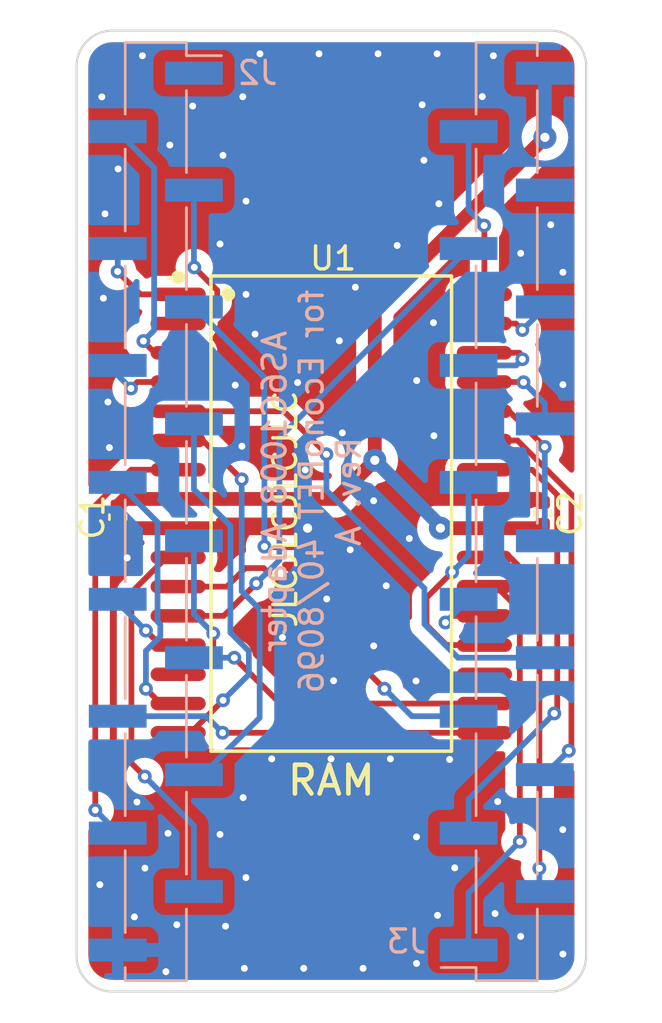
<source format=kicad_pcb>
(kicad_pcb (version 20211014) (generator pcbnew)
  (title_block (title "AS6C1008 SRAM Replacement") (date "2022-12-14") (rev "1.0"))
  (layers (0 "F.Cu" signal) (31 "B.Cu" signal) (34 "B.Paste" user) (35 "F.Paste" user) (36 "B.SilkS" user "B.Silkscreen") (37 "F.SilkS" user "F.Silkscreen") (38 "B.Mask" user) (39 "F.Mask" user) (44 "Edge.Cuts" user))
  (net 0 "")
  (net 1 "/A16")
  (net 2 "/A14")
  (net 3 "/A12")
  (net 4 "/A7")
  (net 5 "/A6")
  (net 6 "/A5")
  (net 7 "/A4")
  (net 8 "/A3")
  (net 9 "/A2")
  (net 10 "/A1")
  (net 11 "/A0")
  (net 12 "/D0")
  (net 13 "/D1")
  (net 14 "/D2")
  (net 15 "GND")
  (net 16 "/D3")
  (net 17 "/D4")
  (net 18 "/D5")
  (net 19 "/D6")
  (net 20 "/D7")
  (net 21 "/~{CE}")
  (net 22 "/A10")
  (net 23 "/~{OE}")
  (net 24 "/A11")
  (net 25 "/A9")
  (net 26 "/A8")
  (net 27 "/A13")
  (net 28 "/~{WE}")
  (net 29 "/A15")
  (net 30 "VCC")
  (footprint "Capacitor_SMD:C_0402_1005Metric" (layer "F.Cu") (at 132.8 95.0859 90)
    (fp_text reference "C2" (at 0 1.2 90) (layer "F.SilkS"))
    (fp_text value "100n")
    (fp_line (start -0.107836 0.36) (end 0.107836 0.36) (layer "F.SilkS") (width 0.12))
    (fp_line (start -0.107836 -0.36) (end 0.107836 -0.36) (layer "F.SilkS") (width 0.12))
    (pad "1" smd roundrect (at -0.48 0 90) (size 0.56 0.62) (layers "F.Cu" "F.Paste" "F.Mask") (net 30 "VCC"))
    (pad "2" smd roundrect (at 0.48 0 90) (size 0.56 0.62) (layers "F.Cu" "F.Paste" "F.Mask") (net 15 "GND"))
  )
  (footprint "JLCPCB:SOP-32_L20.7-W11.3-P1.27-LS14.1-BL" (layer "F.Cu") (at 123.62 95.0859 -90)
    (fp_text reference "U1" (at -11.085859 -0.08 180) (layer "F.SilkS"))
    (fp_text value "IS61WV1288EEBLL")
    (fp_line (start 10.323724 -5.223901) (end 10.323724 5.223901) (layer "F.SilkS") (width 0.1524))
    (fp_line (start 10.323724 5.223901) (end -10.323724 5.223901) (layer "F.SilkS") (width 0.1524))
    (fp_line (start -10.323724 5.223901) (end -10.323724 -5.223901) (layer "F.SilkS") (width 0.1524))
    (fp_line (start -10.323724 -5.223901) (end 10.323724 -5.223901) (layer "F.SilkS") (width 0.1524))
    (fp_circle (center -9.525019 4.471425) (end -9.374905 4.471425) (layer "F.SilkS") (width 0.3) (fill none))
    (fp_circle (center -10.247396 7.059944) (end -10.217424 7.059944) (layer "F.SilkS") (width 0.059995) (fill none))
    (fp_circle (center -10.271527 6.650749) (end -10.121412 6.650749) (layer "F.SilkS") (width 0.3) (fill none))
    (pad "1" smd oval locked (at -9.525019 6.650749 270) (size 0.588011 2.396495) (layers "F.Cu" "F.Paste" "F.Mask") (net 3 "/A12"))
    (pad "2" smd oval locked (at -8.255017 6.650749 270) (size 0.588011 2.396495) (layers "F.Cu" "F.Paste" "F.Mask") (net 2 "/A14"))
    (pad "3" smd oval locked (at -6.985014 6.650749 270) (size 0.588011 2.396495) (layers "F.Cu" "F.Paste" "F.Mask") (net 1 "/A16"))
    (pad "4" smd oval locked (at -5.715011 6.650749 270) (size 0.588011 2.396495) (layers "F.Cu" "F.Paste" "F.Mask") (net 5 "/A6"))
    (pad "5" smd oval locked (at -4.445009 6.650749 270) (size 0.588011 2.396495) (layers "F.Cu" "F.Paste" "F.Mask") (net 21 "/~{CE}"))
    (pad "6" smd oval locked (at -3.175006 6.650749 270) (size 0.588011 2.396495) (layers "F.Cu" "F.Paste" "F.Mask") (net 12 "/D0"))
    (pad "7" smd oval locked (at -1.905004 6.650749 270) (size 0.588011 2.396495) (layers "F.Cu" "F.Paste" "F.Mask") (net 13 "/D1"))
    (pad "8" smd oval locked (at -0.635001 6.650749 270) (size 0.588011 2.396495) (layers "F.Cu" "F.Paste" "F.Mask") (net 30 "VCC"))
    (pad "9" smd oval locked (at 0.635001 6.650749 270) (size 0.588011 2.396495) (layers "F.Cu" "F.Paste" "F.Mask") (net 15 "GND"))
    (pad "10" smd oval locked (at 1.905004 6.650749 270) (size 0.588011 2.396495) (layers "F.Cu" "F.Paste" "F.Mask") (net 14 "/D2"))
    (pad "11" smd oval locked (at 3.175006 6.650749 270) (size 0.588011 2.396495) (layers "F.Cu" "F.Paste" "F.Mask") (net 20 "/D7"))
    (pad "12" smd oval locked (at 4.445009 6.650749 270) (size 0.588011 2.396495) (layers "F.Cu" "F.Paste" "F.Mask") (net 28 "/~{WE}"))
    (pad "13" smd oval locked (at 5.715011 6.650749 270) (size 0.588011 2.396495) (layers "F.Cu" "F.Paste" "F.Mask") (net 9 "/A2"))
    (pad "14" smd oval locked (at 6.985014 6.650749 270) (size 0.588011 2.396495) (layers "F.Cu" "F.Paste" "F.Mask") (net 8 "/A3"))
    (pad "15" smd oval locked (at 8.255017 6.650749 270) (size 0.588011 2.396495) (layers "F.Cu" "F.Paste" "F.Mask") (net 7 "/A4"))
    (pad "16" smd oval locked (at 9.525019 6.650749 270) (size 0.588011 2.396495) (layers "F.Cu" "F.Paste" "F.Mask") (net 6 "/A5"))
    (pad "17" smd oval locked (at 9.525019 -6.650749 270) (size 0.588011 2.396495) (layers "F.Cu" "F.Paste" "F.Mask") (net 11 "/A0"))
    (pad "18" smd oval locked (at 8.255017 -6.650749 270) (size 0.588011 2.396495) (layers "F.Cu" "F.Paste" "F.Mask") (net 10 "/A1"))
    (pad "19" smd oval locked (at 6.985014 -6.650749 270) (size 0.588011 2.396495) (layers "F.Cu" "F.Paste" "F.Mask") (net 4 "/A7"))
    (pad "20" smd oval locked (at 5.715011 -6.650749 270) (size 0.588011 2.396495) (layers "F.Cu" "F.Paste" "F.Mask") (net 24 "/A11"))
    (pad "21" smd oval locked (at 4.445009 -6.650749 270) (size 0.588011 2.396495) (layers "F.Cu" "F.Paste" "F.Mask") (net 22 "/A10"))
    (pad "22" smd oval locked (at 3.175006 -6.650749 270) (size 0.588011 2.396495) (layers "F.Cu" "F.Paste" "F.Mask") (net 16 "/D3"))
    (pad "23" smd oval locked (at 1.905004 -6.650749 270) (size 0.588011 2.396495) (layers "F.Cu" "F.Paste" "F.Mask") (net 17 "/D4"))
    (pad "24" smd oval locked (at 0.635001 -6.650749 270) (size 0.588011 2.396495) (layers "F.Cu" "F.Paste" "F.Mask") (net 30 "VCC"))
    (pad "25" smd oval locked (at -0.635001 -6.650749 270) (size 0.588011 2.396495) (layers "F.Cu" "F.Paste" "F.Mask") (net 15 "GND"))
    (pad "26" smd oval locked (at -1.905004 -6.650749 270) (size 0.588011 2.396495) (layers "F.Cu" "F.Paste" "F.Mask") (net 18 "/D5"))
    (pad "27" smd oval locked (at -3.175006 -6.650749 270) (size 0.588011 2.396495) (layers "F.Cu" "F.Paste" "F.Mask") (net 19 "/D6"))
    (pad "28" smd oval locked (at -4.445009 -6.650749 270) (size 0.588011 2.396495) (layers "F.Cu" "F.Paste" "F.Mask") (net 23 "/~{OE}"))
    (pad "29" smd oval locked (at -5.715011 -6.650749 270) (size 0.588011 2.396495) (layers "F.Cu" "F.Paste" "F.Mask") (net 25 "/A9"))
    (pad "30" smd oval locked (at -6.985014 -6.650749 270) (size 0.588011 2.396495) (layers "F.Cu" "F.Paste" "F.Mask") (net 26 "/A8"))
    (pad "31" smd oval locked (at -8.255017 -6.650749 270) (size 0.588011 2.396495) (layers "F.Cu" "F.Paste" "F.Mask") (net 27 "/A13"))
    (pad "32" smd oval locked (at -9.525019 -6.650749 270) (size 0.588011 2.396495) (layers "F.Cu" "F.Paste" "F.Mask") (net 29 "/A15"))
  )
  (footprint "Capacitor_SMD:C_0402_1005Metric" (layer "F.Cu") (at 114.345 95.2409 -90)
    (fp_text reference "C1" (at 0 1.1 90) (layer "F.SilkS"))
    (fp_text value "100n")
    (fp_line (start -0.107836 -0.36) (end 0.107836 -0.36) (layer "F.SilkS") (width 0.12))
    (fp_line (start -0.107836 0.36) (end 0.107836 0.36) (layer "F.SilkS") (width 0.12))
    (pad "1" smd roundrect (at -0.48 0 270) (size 0.56 0.62) (layers "F.Cu" "F.Paste" "F.Mask") (net 30 "VCC"))
    (pad "2" smd roundrect (at 0.48 0 270) (size 0.56 0.62) (layers "F.Cu" "F.Paste" "F.Mask") (net 15 "GND"))
  )
  (footprint "Connector_PinHeader_2.54mm:PinHeader_1x16_P2.54mm_Vertical_SMD_Pin1Left" (layer "B.Cu") (at 131.24 95)
    (fp_text reference "J3" (at -4.35 18.68) (layer "B.SilkS") (effects (justify mirror)))
    (fp_text value "Conn_01x16_Male")
    (fp_line (start -1.33 20.38) (end 1.33 20.38) (layer "B.SilkS") (width 0.12))
    (fp_line (start 1.33 -19.81) (end 1.33 -20.38) (layer "B.SilkS") (width 0.12))
    (fp_line (start 1.33 -4.57) (end 1.33 -8.13) (layer "B.SilkS") (width 0.12))
    (fp_line (start -1.33 -17.27) (end -1.33 -20.38) (layer "B.SilkS") (width 0.12))
    (fp_line (start -1.33 3.05) (end -1.33 -0.51) (layer "B.SilkS") (width 0.12))
    (fp_line (start -1.33 20.38) (end -1.33 19.81) (layer "B.SilkS") (width 0.12))
    (fp_line (start -1.33 -7.11) (end -1.33 -10.67) (layer "B.SilkS") (width 0.12))
    (fp_line (start -1.33 -20.38) (end 1.33 -20.38) (layer "B.SilkS") (width 0.12))
    (fp_line (start -1.33 18.29) (end -1.33 14.73) (layer "B.SilkS") (width 0.12))
    (fp_line (start 1.33 15.75) (end 1.33 12.19) (layer "B.SilkS") (width 0.12))
    (fp_line (start -1.33 13.21) (end -1.33 9.65) (layer "B.SilkS") (width 0.12))
    (fp_line (start -1.33 8.13) (end -1.33 4.57) (layer "B.SilkS") (width 0.12))
    (fp_line (start 1.33 -9.65) (end 1.33 -13.21) (layer "B.SilkS") (width 0.12))
    (fp_line (start 1.33 0.51) (end 1.33 -3.05) (layer "B.SilkS") (width 0.12))
    (fp_line (start 1.33 10.67) (end 1.33 7.11) (layer "B.SilkS") (width 0.12))
    (fp_line (start 1.33 -14.73) (end 1.33 -18.29) (layer "B.SilkS") (width 0.12))
    (fp_line (start 1.33 20.38) (end 1.33 17.27) (layer "B.SilkS") (width 0.12))
    (fp_line (start -1.33 19.81) (end -2.85 19.81) (layer "B.SilkS") (width 0.12))
    (fp_line (start -1.33 -2.03) (end -1.33 -5.59) (layer "B.SilkS") (width 0.12))
    (fp_line (start -1.33 -12.19) (end -1.33 -15.75) (layer "B.SilkS") (width 0.12))
    (fp_line (start 1.33 5.59) (end 1.33 2.03) (layer "B.SilkS") (width 0.12))
    (pad "1" smd rect (at -1.655 19.05) (size 2.51 1) (layers "B.Cu" "B.Paste" "B.Mask") (net 16 "/D3"))
    (pad "2" smd rect (at 1.655 16.51) (size 2.51 1) (layers "B.Cu" "B.Paste" "B.Mask") (net 17 "/D4"))
    (pad "3" smd rect (at -1.655 13.97) (size 2.51 1) (layers "B.Cu" "B.Paste" "B.Mask") (net 18 "/D5"))
    (pad "4" smd rect (at 1.655 11.43) (size 2.51 1) (layers "B.Cu" "B.Paste" "B.Mask") (net 19 "/D6"))
    (pad "5" smd rect (at -1.655 8.89) (size 2.51 1) (layers "B.Cu" "B.Paste" "B.Mask") (net 20 "/D7"))
    (pad "6" smd rect (at 1.655 6.35) (size 2.51 1) (layers "B.Cu" "B.Paste" "B.Mask") (net 21 "/~{CE}"))
    (pad "7" smd rect (at -1.655 3.81) (size 2.51 1) (layers "B.Cu" "B.Paste" "B.Mask") (net 22 "/A10"))
    (pad "8" smd rect (at 1.655 1.27) (size 2.51 1) (layers "B.Cu" "B.Paste" "B.Mask") (net 23 "/~{OE}"))
    (pad "9" smd rect (at -1.655 -1.27) (size 2.51 1) (layers "B.Cu" "B.Paste" "B.Mask") (net 24 "/A11"))
    (pad "10" smd rect (at 1.655 -3.81) (size 2.51 1) (layers "B.Cu" "B.Paste" "B.Mask") (net 25 "/A9"))
    (pad "11" smd rect (at -1.655 -6.35) (size 2.51 1) (layers "B.Cu" "B.Paste" "B.Mask") (net 26 "/A8"))
    (pad "12" smd rect (at 1.655 -8.89) (size 2.51 1) (layers "B.Cu" "B.Paste" "B.Mask") (net 27 "/A13"))
    (pad "13" smd rect (at -1.655 -11.43) (size 2.51 1) (layers "B.Cu" "B.Paste" "B.Mask") (net 28 "/~{WE}"))
    (pad "14" smd rect (at 1.655 -13.97) (size 2.51 1) (layers "B.Cu" "B.Paste" "B.Mask"))
    (pad "15" smd rect (at -1.655 -16.51) (size 2.51 1) (layers "B.Cu" "B.Paste" "B.Mask") (net 29 "/A15"))
    (pad "16" smd rect (at 1.655 -19.05) (size 2.51 1) (layers "B.Cu" "B.Paste" "B.Mask") (net 30 "VCC"))
  )
  (footprint "Connector_PinHeader_2.54mm:PinHeader_1x16_P2.54mm_Vertical_SMD_Pin1Left" (layer "B.Cu") (at 116 95 180)
    (fp_text reference "J2" (at -4.42 19.06) (layer "B.SilkS") (effects (justify mirror)))
    (fp_text value "Conn_01x16_Male")
    (fp_line (start -1.33 -7.11) (end -1.33 -10.67) (layer "B.SilkS") (width 0.12))
    (fp_line (start -1.33 -12.19) (end -1.33 -15.75) (layer "B.SilkS") (width 0.12))
    (fp_line (start -1.33 -20.38) (end 1.33 -20.38) (layer "B.SilkS") (width 0.12))
    (fp_line (start -1.33 -17.27) (end -1.33 -20.38) (layer "B.SilkS") (width 0.12))
    (fp_line (start 1.33 5.59) (end 1.33 2.03) (layer "B.SilkS") (width 0.12))
    (fp_line (start -1.33 20.38) (end 1.33 20.38) (layer "B.SilkS") (width 0.12))
    (fp_line (start 1.33 0.51) (end 1.33 -3.05) (layer "B.SilkS") (width 0.12))
    (fp_line (start -1.33 8.13) (end -1.33 4.57) (layer "B.SilkS") (width 0.12))
    (fp_line (start 1.33 15.75) (end 1.33 12.19) (layer "B.SilkS") (width 0.12))
    (fp_line (start -1.33 13.21) (end -1.33 9.65) (layer "B.SilkS") (width 0.12))
    (fp_line (start 1.33 20.38) (end 1.33 17.27) (layer "B.SilkS") (width 0.12))
    (fp_line (start 1.33 -9.65) (end 1.33 -13.21) (layer "B.SilkS") (width 0.12))
    (fp_line (start 1.33 -19.81) (end 1.33 -20.38) (layer "B.SilkS") (width 0.12))
    (fp_line (start -1.33 3.05) (end -1.33 -0.51) (layer "B.SilkS") (width 0.12))
    (fp_line (start -1.33 -2.03) (end -1.33 -5.59) (layer "B.SilkS") (width 0.12))
    (fp_line (start 1.33 -14.73) (end 1.33 -18.29) (layer "B.SilkS") (width 0.12))
    (fp_line (start -1.33 19.81) (end -2.85 19.81) (layer "B.SilkS") (width 0.12))
    (fp_line (start -1.33 20.38) (end -1.33 19.81) (layer "B.SilkS") (width 0.12))
    (fp_line (start 1.33 10.67) (end 1.33 7.11) (layer "B.SilkS") (width 0.12))
    (fp_line (start 1.33 -4.57) (end 1.33 -8.13) (layer "B.SilkS") (width 0.12))
    (fp_line (start -1.33 18.29) (end -1.33 14.73) (layer "B.SilkS") (width 0.12))
    (pad "1" smd rect (at -1.655 19.05 180) (size 2.51 1) (layers "B.Cu" "B.Paste" "B.Mask"))
    (pad "2" smd rect (at 1.655 16.51 180) (size 2.51 1) (layers "B.Cu" "B.Paste" "B.Mask") (net 1 "/A16"))
    (pad "3" smd rect (at -1.655 13.97 180) (size 2.51 1) (layers "B.Cu" "B.Paste" "B.Mask") (net 2 "/A14"))
    (pad "4" smd rect (at 1.655 11.43 180) (size 2.51 1) (layers "B.Cu" "B.Paste" "B.Mask") (net 3 "/A12"))
    (pad "5" smd rect (at -1.655 8.89 180) (size 2.51 1) (layers "B.Cu" "B.Paste" "B.Mask") (net 4 "/A7"))
    (pad "6" smd rect (at 1.655 6.35 180) (size 2.51 1) (layers "B.Cu" "B.Paste" "B.Mask") (net 5 "/A6"))
    (pad "7" smd rect (at -1.655 3.81 180) (size 2.51 1) (layers "B.Cu" "B.Paste" "B.Mask") (net 6 "/A5"))
    (pad "8" smd rect (at 1.655 1.27 180) (size 2.51 1) (layers "B.Cu" "B.Paste" "B.Mask") (net 7 "/A4"))
    (pad "9" smd rect (at -1.655 -1.27 180) (size 2.51 1) (layers "B.Cu" "B.Paste" "B.Mask") (net 8 "/A3"))
    (pad "10" smd rect (at 1.655 -3.81 180) (size 2.51 1) (layers "B.Cu" "B.Paste" "B.Mask") (net 9 "/A2"))
    (pad "11" smd rect (at -1.655 -6.35 180) (size 2.51 1) (layers "B.Cu" "B.Paste" "B.Mask") (net 10 "/A1"))
    (pad "12" smd rect (at 1.655 -8.89 180) (size 2.51 1) (layers "B.Cu" "B.Paste" "B.Mask") (net 11 "/A0"))
    (pad "13" smd rect (at -1.655 -11.43 180) (size 2.51 1) (layers "B.Cu" "B.Paste" "B.Mask") (net 12 "/D0"))
    (pad "14" smd rect (at 1.655 -13.97 180) (size 2.51 1) (layers "B.Cu" "B.Paste" "B.Mask") (net 13 "/D1"))
    (pad "15" smd rect (at -1.655 -16.51 180) (size 2.51 1) (layers "B.Cu" "B.Paste" "B.Mask") (net 14 "/D2"))
    (pad "16" smd rect (at 1.655 -19.05 180) (size 2.51 1) (layers "B.Cu" "B.Paste" "B.Mask") (net 15 "GND"))
  )
  (gr_line (start 112.56 114.303974) (end 112.56 75.65) (layer "Edge.Cuts") (width 0.1))
  (gr_line (start 114.11 74.1) (end 133.14 74.1) (layer "Edge.Cuts") (width 0.1))
  (gr_arc (start 114.11 115.853974) (mid 113.013994 115.399988) (end 112.56 114.303974) (layer "Edge.Cuts") (width 0.1))
  (gr_arc (start 112.56 75.65) (mid 113.013984 74.553984) (end 114.11 74.1) (layer "Edge.Cuts") (width 0.1))
  (gr_line (start 114.11 115.853974) (end 133.14 115.853974) (layer "Edge.Cuts") (width 0.1))
  (gr_arc (start 133.14 74.1) (mid 134.236016 74.553984) (end 134.69 75.65) (layer "Edge.Cuts") (width 0.1))
  (gr_line (start 134.69 114.303974) (end 134.69 75.65) (layer "Edge.Cuts") (width 0.1))
  (gr_arc (start 134.69 114.303974) (mid 134.236025 115.400006) (end 133.14 115.853974) (layer "Edge.Cuts") (width 0.1))
  (gr_text "AS6C1008 Adapter\nfor EconoPET 40/8096\nRev. A" (at 122.77 94.13 90) (layer "B.SilkS") (effects (font (size 1 1)) (justify mirror)))
  (gr_text "JLCJLCJLCJLC" (at 121.62 94.89 90) (layer "F.SilkS") (effects (font (size 1 1))))
  (gr_text "RAM" (at 123.62 106.68) (layer "F.SilkS") (effects (font (size 1.25 1.25) (thickness 0.2))))
  (segment (start 116.9693 88.1009) (end 115.9531 88.1009) (width 0.25) (layer "F.Cu") (net 1))
  (segment (start 115.46 87.6078) (end 115.46 87.59) (width 0.25) (layer "F.Cu") (net 1))
  (segment (start 115.9531 88.1009) (end 115.46 87.6078) (width 0.25) (layer "F.Cu") (net 1))
  (via (at 115.46 87.59) (size 0.6) (drill 0.3) (layers "F.Cu" "B.Cu") (net 1))
  (segment (start 115.927 80.0719) (end 115.927 87.123) (width 0.25) (layer "B.Cu") (net 1))
  (segment (start 115.927 87.123) (end 115.46 87.59) (width 0.25) (layer "B.Cu") (net 1))
  (segment (start 114.345 78.49) (end 115.927 80.0719) (width 0.25) (layer "B.Cu") (net 1))
  (segment (start 118.667 85.8898) (end 118.667 85.3875) (width 0.25) (layer "F.Cu") (net 2))
  (segment (start 117.726 86.8309) (end 118.667 85.8898) (width 0.25) (layer "F.Cu") (net 2))
  (segment (start 116.9693 86.8309) (end 117.726 86.8309) (width 0.25) (layer "F.Cu") (net 2))
  (segment (start 118.667 85.3875) (end 117.67 84.39) (width 0.25) (layer "F.Cu") (net 2))
  (via (at 117.67 84.39) (size 0.6) (drill 0.3) (layers "F.Cu" "B.Cu") (net 2))
  (segment (start 117.655 81.03) (end 117.655 84.375) (width 0.25) (layer "B.Cu") (net 2))
  (segment (start 117.655 84.375) (end 117.67 84.39) (width 0.25) (layer "B.Cu") (net 2))
  (segment (start 116.9693 85.5609) (end 115.3309 85.5609) (width 0.25) (layer "F.Cu") (net 3))
  (segment (start 115.3309 85.5609) (end 114.34 84.57) (width 0.25) (layer "F.Cu") (net 3))
  (via (at 114.34 84.57) (size 0.6) (drill 0.3) (layers "F.Cu" "B.Cu") (net 3))
  (segment (start 114.345 84.565) (end 114.34 84.57) (width 0.25) (layer "B.Cu") (net 3))
  (segment (start 114.345 83.57) (end 114.345 84.565) (width 0.25) (layer "B.Cu") (net 3))
  (segment (start 122.8745 96.5445) (end 120.741099 96.5445) (width 0.25) (layer "F.Cu") (net 4))
  (segment (start 120.741099 96.5445) (end 120.717 96.520401) (width 0.25) (layer "F.Cu") (net 4))
  (segment (start 128.4009 102.0709) (end 122.8745 96.5445) (width 0.25) (layer "F.Cu") (net 4))
  (segment (start 130.2708 102.0709) (end 128.4009 102.0709) (width 0.25) (layer "F.Cu") (net 4))
  (via (at 120.717 96.520401) (size 0.6) (drill 0.3) (layers "F.Cu" "B.Cu") (net 4))
  (segment (start 117.655 86.11) (end 120.717 89.1718) (width 0.25) (layer "B.Cu") (net 4))
  (segment (start 120.717 89.1718) (end 120.717 96.520401) (width 0.25) (layer "B.Cu") (net 4))
  (segment (start 115.1991 89.3709) (end 114.92 89.65) (width 0.25) (layer "F.Cu") (net 5))
  (segment (start 116.9693 89.3709) (end 115.1991 89.3709) (width 0.25) (layer "F.Cu") (net 5))
  (via (at 114.92 89.65) (size 0.6) (drill 0.3) (layers "F.Cu" "B.Cu") (net 5))
  (segment (start 114.345 88.65) (end 114.345 89.075) (width 0.25) (layer "B.Cu") (net 5))
  (segment (start 114.345 89.075) (end 114.92 89.65) (width 0.25) (layer "B.Cu") (net 5))
  (segment (start 117.5091 104.6109) (end 118.92 103.2) (width 0.25) (layer "F.Cu") (net 6))
  (segment (start 116.9693 104.6109) (end 117.5091 104.6109) (width 0.25) (layer "F.Cu") (net 6))
  (via (at 118.92 103.2) (size 0.6) (drill 0.3) (layers "F.Cu" "B.Cu") (net 6))
  (segment (start 119.239499 95.619499) (end 119.239499 100.259499) (width 0.25) (layer "B.Cu") (net 6))
  (segment (start 119.239499 100.259499) (end 120.04 101.06) (width 0.25) (layer "B.Cu") (net 6))
  (segment (start 120.04 101.06) (end 120.04 102.08) (width 0.25) (layer "B.Cu") (net 6))
  (segment (start 117.655 94.035) (end 119.239499 95.619499) (width 0.25) (layer "B.Cu") (net 6))
  (segment (start 117.655 91.19) (end 117.655 94.035) (width 0.25) (layer "B.Cu") (net 6))
  (segment (start 120.04 102.08) (end 118.92 103.2) (width 0.25) (layer "B.Cu") (net 6))
  (segment (start 116.9693 103.3409) (end 116.2109 103.3409) (width 0.25) (layer "F.Cu") (net 7))
  (segment (start 116.2109 103.3409) (end 115.57 102.7) (width 0.25) (layer "F.Cu") (net 7))
  (via (at 115.57 102.7) (size 0.6) (drill 0.3) (layers "F.Cu" "B.Cu") (net 7))
  (segment (start 114.345 93.73) (end 116.0745 95.4595) (width 0.25) (layer "B.Cu") (net 7))
  (segment (start 116.1945 99.901323) (end 116.1945 100.428677) (width 0.25) (layer "B.Cu") (net 7))
  (segment (start 116.1945 100.428677) (end 115.57 101.053177) (width 0.25) (layer "B.Cu") (net 7))
  (segment (start 116.0745 95.4595) (end 116.0745 99.781323) (width 0.25) (layer "B.Cu") (net 7))
  (segment (start 116.0745 99.781323) (end 116.1945 99.901323) (width 0.25) (layer "B.Cu") (net 7))
  (segment (start 115.57 101.053177) (end 115.57 102.7) (width 0.25) (layer "B.Cu") (net 7))
  (segment (start 117.478909 102.0709) (end 118.4945 101.055309) (width 0.25) (layer "F.Cu") (net 8))
  (segment (start 116.9693 102.0709) (end 117.478909 102.0709) (width 0.25) (layer "F.Cu") (net 8))
  (segment (start 118.4945 101.055309) (end 118.4945 100.2945) (width 0.25) (layer "F.Cu") (net 8))
  (via (at 118.4945 100.2945) (size 0.6) (drill 0.3) (layers "F.Cu" "B.Cu") (net 8))
  (segment (start 117.655 99.455) (end 118.4945 100.2945) (width 0.25) (layer "B.Cu") (net 8))
  (segment (start 117.655 96.27) (end 117.655 99.455) (width 0.25) (layer "B.Cu") (net 8))
  (segment (start 116.2009 100.8009) (end 115.57 100.17) (width 0.25) (layer "F.Cu") (net 9))
  (segment (start 116.9693 100.8009) (end 116.2009 100.8009) (width 0.25) (layer "F.Cu") (net 9))
  (via (at 115.57 100.17) (size 0.6) (drill 0.3) (layers "F.Cu" "B.Cu") (net 9))
  (segment (start 114.345 98.81) (end 114.345 98.945) (width 0.25) (layer "B.Cu") (net 9))
  (segment (start 114.345 98.945) (end 115.57 100.17) (width 0.25) (layer "B.Cu") (net 9))
  (segment (start 130.2708 103.3409) (end 121.4009 103.3409) (width 0.25) (layer "F.Cu") (net 10))
  (segment (start 121.4009 103.3409) (end 119.41 101.35) (width 0.25) (layer "F.Cu") (net 10))
  (via (at 119.41 101.35) (size 0.6) (drill 0.3) (layers "F.Cu" "B.Cu") (net 10))
  (segment (start 117.655 101.35) (end 119.41 101.35) (width 0.25) (layer "B.Cu") (net 10))
  (segment (start 130.270781 104.610919) (end 118.900919 104.610919) (width 0.25) (layer "F.Cu") (net 11))
  (segment (start 118.900919 104.610919) (end 118.9 104.61) (width 0.25) (layer "F.Cu") (net 11))
  (via (at 118.9 104.61) (size 0.6) (drill 0.3) (layers "F.Cu" "B.Cu") (net 11))
  (segment (start 114.345 103.89) (end 118.18 103.89) (width 0.25) (layer "B.Cu") (net 11))
  (segment (start 118.18 103.89) (end 118.9 104.61) (width 0.25) (layer "B.Cu") (net 11))
  (segment (start 116.9693 91.9109) (end 118.0409 91.9109) (width 0.25) (layer "F.Cu") (net 12))
  (segment (start 118.0409 91.9109) (end 119.73 93.6) (width 0.25) (layer "F.Cu") (net 12))
  (via (at 119.73 93.6) (size 0.6) (drill 0.3) (layers "F.Cu" "B.Cu") (net 12))
  (segment (start 120.51 103.96) (end 120.51 99.24) (width 0.25) (layer "B.Cu") (net 12))
  (segment (start 120.51 99.24) (end 119.73 98.46) (width 0.25) (layer "B.Cu") (net 12))
  (segment (start 118.04 106.43) (end 120.51 103.96) (width 0.25) (layer "B.Cu") (net 12))
  (segment (start 117.655 106.43) (end 118.04 106.43) (width 0.25) (layer "B.Cu") (net 12))
  (segment (start 119.73 98.46) (end 119.73 93.6) (width 0.25) (layer "B.Cu") (net 12))
  (segment (start 116.9693 93.1809) (end 114.9285 93.1809) (width 0.25) (layer "F.Cu") (net 13))
  (segment (start 113.37 94.7394) (end 113.37 107.97) (width 0.25) (layer "F.Cu") (net 13))
  (segment (start 114.9285 93.1809) (end 113.37 94.7394) (width 0.25) (layer "F.Cu") (net 13))
  (via (at 113.37 107.97) (size 0.6) (drill 0.3) (layers "F.Cu" "B.Cu") (net 13))
  (segment (start 114.345 108.945) (end 113.37 107.97) (width 0.25) (layer "B.Cu") (net 13))
  (segment (start 114.345 108.97) (end 114.345 108.945) (width 0.25) (layer "B.Cu") (net 13))
  (segment (start 114.94 98.51051) (end 114.94 105.93) (width 0.25) (layer "F.Cu") (net 14))
  (segment (start 116.9693 96.9909) (end 116.45961 96.9909) (width 0.25) (layer "F.Cu") (net 14))
  (segment (start 114.94 105.93) (end 115.52 106.51) (width 0.25) (layer "F.Cu") (net 14))
  (segment (start 116.45961 96.9909) (end 114.94 98.51051) (width 0.25) (layer "F.Cu") (net 14))
  (via (at 115.52 106.51) (size 0.6) (drill 0.3) (layers "F.Cu" "B.Cu") (net 14))
  (segment (start 117.655 108.645) (end 115.52 106.51) (width 0.25) (layer "B.Cu") (net 14))
  (segment (start 117.655 111.51) (end 117.655 108.645) (width 0.25) (layer "B.Cu") (net 14))
  (segment (start 132.644999 94.450899) (end 132.8 94.6059) (width 0.6) (layer "F.Cu") (net 15))
  (segment (start 130.270749 94.450899) (end 127.069101 94.450899) (width 0.6) (layer "F.Cu") (net 15))
  (segment (start 116.969251 95.720901) (end 122.589099 95.720901) (width 0.6) (layer "F.Cu") (net 15))
  (segment (start 122.589099 95.720901) (end 122.59 95.72) (width 0.6) (layer "F.Cu") (net 15))
  (segment (start 130.270749 94.450899) (end 132.644999 94.450899) (width 0.6) (layer "F.Cu") (net 15))
  (segment (start 114.345 95.7209) (end 116.969251 95.720901) (width 0.6) (layer "F.Cu") (net 15))
  (segment (start 122.59 95.72) (end 125.8 95.72) (width 0.6) (layer "F.Cu") (net 15))
  (segment (start 125.8 95.72) (end 127.069101 94.450899) (width 0.6) (layer "F.Cu") (net 15))
  (via (at 113.722769 85.729911) (size 0.6) (drill 0.3) (layers "F.Cu" "B.Cu") (net 15))
  (via (at 128.079261 91.705166) (size 0.6) (drill 0.3) (layers "F.Cu" "B.Cu") (net 15))
  (via (at 133.6815 89.484551) (size 0.6) (drill 0.3) (layers "F.Cu" "B.Cu") (net 15))
  (via (at 115.07 112.61) (size 0.6) (drill 0.3) (layers "F.Cu" "B.Cu") (net 15))
  (via (at 122.59 95.72) (size 1) (drill 0.4) (layers "F.Cu" "B.Cu") (net 15))
  (via (at 123.72 102.35) (size 0.6) (drill 0.3) (layers "F.Cu" "B.Cu") (net 15))
  (via (at 120.522848 75.1085) (size 0.6) (drill 0.3) (layers "F.Cu" "B.Cu") (net 15))
  (via (at 118.7885 83.372392) (size 0.6) (drill 0.3) (layers "F.Cu" "B.Cu") (net 15))
  (via (at 121.032097 105.744419) (size 0.6) (drill 0.3) (layers "F.Cu" "B.Cu") (net 15))
  (via (at 131.846763 113.458798) (size 0.6) (drill 0.3) (layers "F.Cu" "B.Cu") (net 15))
  (via (at 116.607359 79.072743) (size 0.6) (drill 0.3) (layers "F.Cu" "B.Cu") (net 15))
  (via (at 115.527919 110.491938) (size 0.6) (drill 0.3) (layers "F.Cu" "B.Cu") (net 15))
  (via (at 133.6815 114.22567) (size 0.6) (drill 0.3) (layers "F.Cu" "B.Cu") (net 15))
  (via (at 126.189027 105.744419) (size 0.6) (drill 0.3) (layers "F.Cu" "B.Cu") (net 15))
  (via (at 116.91 112.95) (size 0.6) (drill 0.3) (layers "F.Cu" "B.Cu") (net 15))
  (via (at 115.419068 75.193524) (size 0.6) (drill 0.3) (layers "F.Cu" "B.Cu") (net 15))
  (via (at 118.916872 79.5215) (size 0.6) (drill 0.3) (layers "F.Cu" "B.Cu") (net 15))
  (via (at 118.7885 109.027731) (size 0.6) (drill 0.3) (layers "F.Cu" "B.Cu") (net 15))
  (via (at 123.087569 75.1085) (size 0.6) (drill 0.3) (layers "F.Cu" "B.Cu") (net 15))
  (via (at 123.610562 105.744419) (size 0.6) (drill 0.3) (layers "F.Cu" "B.Cu") (net 15))
  (via (at 113.79272 82.0615) (size 0.6) (drill 0.3) (layers "F.Cu" "B.Cu") (net 15))
  (via (at 119.9185 85.562803) (size 0.6) (drill 0.3) (layers "F.Cu" "B.Cu") (net 15))
  (via (at 127.3 102.36) (size 0.6) (drill 0.3) (layers "F.Cu" "B.Cu") (net 15))
  (via (at 114.757263 97.009726) (size 0.6) (drill 0.3) (layers "F.Cu" "B.Cu") (net 15))
  (via (at 126.006589 98.223411) (size 0.6) (drill 0.3) (layers "F.Cu" "B.Cu") (net 15))
  (via (at 116.44 114.99) (size 0.6) (drill 0.3) (layers "F.Cu" "B.Cu") (net 15))
  (via (at 130.659068 75.193524) (size 0.6) (drill 0.3) (layers "F.Cu" "B.Cu") (net 15))
  (via (at 121.5 100.47) (size 0.6) (drill 0.3) (layers "F.Cu" "B.Cu") (net 15))
  (via (at 125.001896 114.845474) (size 0.6) (drill 0.3) (layers "F.Cu" "B.Cu") (net 15))
  (via (at 127.568655 77.324183) (size 0.6) (drill 0.3) (layers "F.Cu" "B.Cu") (net 15))
  (via (at 130.733706 112.465573) (size 0.6) (drill 0.3) (layers "F.Cu" "B.Cu") (net 15))
  (via (at 119.449558 89.5074) (size 0.6) (drill 0.3) (layers "F.Cu" "B.Cu") (net 15))
  (via (at 122.159094 89.393218) (size 0.6) (drill 0.3) (layers "F.Cu" "B.Cu") (net 15))
  (via (at 128.295226 81.624276) (size 0.6) (drill 0.3) (layers "F.Cu" "B.Cu") (net 15))
  (via (at 125.462935 100.836113) (size 0.6) (drill 0.3) (layers "F.Cu" "B.Cu") (net 15))
  (via (at 130.85 107.6) (size 0.6) (drill 0.3) (layers "F.Cu" "B.Cu") (net 15))
  (via (at 127.643586 79.735909) (size 0.6) (drill 0.3) (layers "F.Cu" "B.Cu") (net 15))
  (via (at 115.18 107.62) (size 0.6) (drill 0.3) (layers "F.Cu" "B.Cu") (net 15))
  (via (at 119.776938 76.974924) (size 0.6) (drill 0.3) (layers "F.Cu" "B.Cu") (net 15))
  (via (at 117.6 77.38) (size 0.6) (drill 0.3) (layers "F.Cu" "B.Cu") (net 15))
  (via (at 122.423431 114.845474) (size 0.6) (drill 0.3) (layers "F.Cu" "B.Cu") (net 15))
  (via (at 113.92 90.24) (size 0.6) (drill 0.3) (layers "F.Cu" "B.Cu") (net 15))
  (via (at 127.3215 109.134059) (size 0.6) (drill 0.3) (layers "F.Cu" "B.Cu") (net 15))
  (via (at 124.668163 85.251339) (size 0.6) (drill 0.3) (layers "F.Cu" "B.Cu") (net 15))
  (via (at 131.8485 83.779018) (size 0.6) (drill 0.3) (layers "F.Cu" "B.Cu") (net 15))
  (via (at 128.234266 112.543729) (size 0.6) (drill 0.3) (layers "F.Cu" "B.Cu") (net 15))
  (via (at 127.01 96.17) (size 0.6) (drill 0.3) (layers "F.Cu" "B.Cu") (net 15))
  (via (at 126.481694 83.437808) (size 0.6) (drill 0.3) (layers "F.Cu" "B.Cu") (net 15))
  (via (at 124.1015 91.578489) (size 0.6) (drill 0.3) (layers "F.Cu" "B.Cu") (net 15))
  (via (at 127.330292 89.306151) (size 0.6) (drill 0.3) (layers "F.Cu" "B.Cu") (net 15))
  (via (at 133.152914 82.5385) (size 0.6) (drill 0.3) (layers "F.Cu" "B.Cu") (net 15))
  (via (at 119.915034 110.902882) (size 0.6) (drill 0.3) (layers "F.Cu" "B.Cu") (net 15))
  (via (at 133.6815 84.6015) (size 0.6) (drill 0.3) (layers "F.Cu" "B.Cu") (net 15))
  (via (at 128.760064 105.769703) (size 0.6) (drill 0.3) (layers "F.Cu" "B.Cu") (net 15))
  (via (at 113.5685 111.20901) (size 0.6) (drill 0.3) (layers "F.Cu" "B.Cu") (net 15))
  (via (at 125.65229 75.1085) (size 0.6) (drill 0.3) (layers "F.Cu" "B.Cu") (net 15))
  (via (at 119.74 92.16) (size 0.6) (drill 0.3) (layers "F.Cu" "B.Cu") (net 15))
  (via (at 122.49 93.19) (size 0.6) (drill 0.3) (layers "F.Cu" "B.Cu") (net 15))
  (via (at 133.677756 108.82) (size 0.6) (drill 0.3) (layers "F.Cu" "B.Cu") (net 15))
  (via (at 120.31 87.29) (size 0.6) (drill 0.3) (layers "F.Cu" "B.Cu") (net 15))
  (via (at 114.363476 80.111436) (size 0.6) (drill 0.3) (layers "F.Cu" "B.Cu") (net 15))
  (via (at 128.217011 75.1085) (size 0.6) (drill 0.3) (layers "F.Cu" "B.Cu") (net 15))
  (via (at 128.982063 110.4785) (size 0.6) (drill 0.3) (layers "F.Cu" "B.Cu") (net 15))
  (via (at 125.46 94.53) (size 0.6) (drill 0.3) (layers "F.Cu" "B.Cu") (net 15))
  (via (at 123.972581 87.579642) (size 0.6) (drill 0.3) (layers "F.Cu" "B.Cu") (net 15))
  (via (at 119.029043 113.013739) (size 0.6) (drill 0.3) (layers "F.Cu" "B.Cu") (net 15))
  (via (at 113.655284 76.9815) (size 0.6) (drill 0.3) (layers "F.Cu" "B.Cu") (net 15))
  (via (at 113.982249 92.2215) (size 0.6) (drill 0.3) (layers "F.Cu" "B.Cu") (net 15))
  (via (at 128.059151 86.793804) (size 0.6) (drill 0.3) (layers "F.Cu" "B.Cu") (net 15))
  (via (at 123.422618 98.795795) (size 0.6) (drill 0.3) (layers "F.Cu" "B.Cu") (net 15))
  (via (at 119.9185 81.511132) (size 0.6) (drill 0.3) (layers "F.Cu" "B.Cu") (net 15))
  (via (at 116.53 108.98) (size 0.6) (drill 0.3) (layers "F.Cu" "B.Cu") (net 15))
  (via (at 124.442968 96.65979) (size 0.6) (drill 0.3) (layers "F.Cu" "B.Cu") (net 15))
  (via (at 119.844966 114.845474) (size 0.6) (drill 0.3) (layers "F.Cu" "B.Cu") (net 15))
  (via (at 127.322698 114.633786) (size 0.6) (drill 0.3) (layers "F.Cu" "B.Cu") (net 15))
  (via (at 130.18 76.97) (size 0.6) (drill 0.3) (layers "F.Cu" "B.Cu") (net 15))
  (via (at 119.793222 107.427714) (size 0.6) (drill 0.3) (layers "F.Cu" "B.Cu") (net 15))
  (segment (start 118.2 114.05) (end 114.345 114.05) (width 0.6) (layer "B.Cu") (net 15))
  (segment (start 122.59 109.66) (end 118.2 114.05) (width 0.6) (layer "B.Cu") (net 15))
  (segment (start 122.59 95.72) (end 122.59 109.66) (width 0.6) (layer "B.Cu") (net 15))
  (segment (start 130.79 98.2609) (end 131.81 99.2809) (width 0.25) (layer "F.Cu") (net 16))
  (segment (start 131.81 99.2809) (end 131.81 109.34) (width 0.25) (layer "F.Cu") (net 16))
  (segment (start 130.2708 98.2609) (end 130.79 98.2609) (width 0.25) (layer "F.Cu") (net 16))
  (via (at 131.81 109.34) (size 0.6) (drill 0.3) (layers "F.Cu" "B.Cu") (net 16))
  (segment (start 129.585 111.565) (end 131.81 109.34) (width 0.25) (layer "B.Cu") (net 16))
  (segment (start 129.585 114.05) (end 129.585 111.565) (width 0.25) (layer "B.Cu") (net 16))
  (segment (start 132.66 98.26) (end 132.66 110.52) (width 0.25) (layer "F.Cu") (net 17))
  (segment (start 130.2708 96.9909) (end 131.3909 96.9909) (width 0.25) (layer "F.Cu") (net 17))
  (segment (start 131.3909 96.9909) (end 132.66 98.26) (width 0.25) (layer "F.Cu") (net 17))
  (via (at 132.66 110.5) (size 0.6) (drill 0.3) (layers "F.Cu" "B.Cu") (net 17))
  (segment (start 132.66 111.275) (end 132.66 110.52) (width 0.25) (layer "B.Cu") (net 17))
  (segment (start 132.895 111.51) (end 132.66 111.275) (width 0.25) (layer "B.Cu") (net 17))
  (segment (start 133.435 94.273291) (end 132.342609 93.1809) (width 0.25) (layer "F.Cu") (net 18))
  (segment (start 132.342609 93.1809) (end 130.2708 93.1809) (width 0.25) (layer "F.Cu") (net 18))
  (segment (start 133.306 103.77) (end 133.435 103.641) (width 0.25) (layer "F.Cu") (net 18))
  (segment (start 133.435 103.641) (end 133.435 94.273291) (width 0.25) (layer "F.Cu") (net 18))
  (via (at 133.306 103.77) (size 0.6) (drill 0.3) (layers "F.Cu" "B.Cu") (net 18))
  (segment (start 129.585 107.491) (end 133.306 103.77) (width 0.25) (layer "B.Cu") (net 18))
  (segment (start 129.585 108.97) (end 129.585 107.491) (width 0.25) (layer "B.Cu") (net 18))
  (segment (start 134.05 94.252601) (end 131.708299 91.9109) (width 0.25) (layer "F.Cu") (net 19))
  (segment (start 131.708299 91.9109) (end 130.2708 91.9109) (width 0.25) (layer "F.Cu") (net 19))
  (segment (start 134.05 105.275) (end 134.05 94.252601) (width 0.25) (layer "F.Cu") (net 19))
  (segment (start 133.935 105.39) (end 134.05 105.275) (width 0.25) (layer "F.Cu") (net 19))
  (via (at 133.935 105.39) (size 0.6) (drill 0.3) (layers "F.Cu" "B.Cu") (net 19))
  (segment (start 132.895 106.43) (end 133.935 105.39) (width 0.25) (layer "B.Cu") (net 19))
  (segment (start 120.6845 97.4545) (end 125.93 102.7) (width 0.25) (layer "F.Cu") (net 20))
  (segment (start 119.084 98.2609) (end 119.8904 97.4545) (width 0.25) (layer "F.Cu") (net 20))
  (segment (start 116.9693 98.2609) (end 119.084 98.2609) (width 0.25) (layer "F.Cu") (net 20))
  (segment (start 119.8904 97.4545) (end 120.6845 97.4545) (width 0.25) (layer "F.Cu") (net 20))
  (via (at 125.93 102.7) (size 0.6) (drill 0.3) (layers "F.Cu" "B.Cu") (net 20))
  (segment (start 129.585 103.89) (end 127.12 103.89) (width 0.25) (layer "B.Cu") (net 20))
  (segment (start 127.12 103.89) (end 125.93 102.7) (width 0.25) (layer "B.Cu") (net 20))
  (segment (start 123.41 92.49) (end 123.41 92.51) (width 0.25) (layer "F.Cu") (net 21))
  (segment (start 116.9693 90.6409) (end 121.5609 90.6409) (width 0.25) (layer "F.Cu") (net 21))
  (segment (start 121.5609 90.6409) (end 123.41 92.49) (width 0.25) (layer "F.Cu") (net 21))
  (via (at 123.41 92.51) (size 0.6) (drill 0.3) (layers "F.Cu" "B.Cu") (net 21))
  (segment (start 129.1265 101.35) (end 127.66825 99.89175) (width 0.25) (layer "B.Cu") (net 21))
  (segment (start 123.41 94.08) (end 123.41 92.51) (width 0.25) (layer "B.Cu") (net 21))
  (segment (start 127.66825 98.33825) (end 123.41 94.08) (width 0.25) (layer "B.Cu") (net 21))
  (segment (start 127.66825 99.89175) (end 127.66825 98.33825) (width 0.25) (layer "B.Cu") (net 21))
  (segment (start 132.895 101.35) (end 129.1265 101.35) (width 0.25) (layer "B.Cu") (net 21))
  (segment (start 130.2708 99.5309) (end 128.8691 99.5309) (width 0.25) (layer "F.Cu") (net 22))
  (segment (start 128.8691 99.5309) (end 128.58 99.82) (width 0.25) (layer "F.Cu") (net 22))
  (via (at 128.58 99.82) (size 0.6) (drill 0.3) (layers "F.Cu" "B.Cu") (net 22))
  (segment (start 129.585 98.81) (end 128.58 99.815) (width 0.25) (layer "B.Cu") (net 22))
  (segment (start 128.58 99.815) (end 128.58 99.82) (width 0.25) (layer "B.Cu") (net 22))
  (segment (start 130.2708 90.6409) (end 130.270809 90.640891) (width 0.25) (layer "F.Cu") (net 23))
  (segment (start 131.341137 90.640891) (end 132.890123 92.189877) (width 0.25) (layer "F.Cu") (net 23))
  (segment (start 130.270809 90.640891) (end 131.341137 90.640891) (width 0.25) (layer "F.Cu") (net 23))
  (via (at 132.890123 92.189877) (size 0.6) (drill 0.3) (layers "F.Cu" "B.Cu") (net 23))
  (segment (start 132.895 92.194754) (end 132.890123 92.189877) (width 0.25) (layer "B.Cu") (net 23))
  (segment (start 132.895 96.27) (end 132.895 92.194754) (width 0.25) (layer "B.Cu") (net 23))
  (segment (start 127.7579 98.7421) (end 128.87 97.63) (width 0.25) (layer "F.Cu") (net 24))
  (segment (start 130.2708 100.8009) (end 128.62659 100.8009) (width 0.25) (layer "F.Cu") (net 24))
  (segment (start 127.7579 99.93221) (end 127.7579 98.7421) (width 0.25) (layer "F.Cu") (net 24))
  (segment (start 128.62659 100.8009) (end 127.7579 99.93221) (width 0.25) (layer "F.Cu") (net 24))
  (via (at 128.87 97.63) (size 0.6) (drill 0.3) (layers "F.Cu" "B.Cu") (net 24))
  (segment (start 129.585 93.73) (end 129.585 96.915) (width 0.25) (layer "B.Cu") (net 24))
  (segment (start 129.585 96.915) (end 128.87 97.63) (width 0.25) (layer "B.Cu") (net 24))
  (segment (start 130.2708 89.3709) (end 131.9609 89.3709) (width 0.25) (layer "F.Cu") (net 25))
  (segment (start 131.9609 89.3709) (end 131.97 89.38) (width 0.25) (layer "F.Cu") (net 25))
  (via (at 131.97 89.38) (size 0.6) (drill 0.3) (layers "F.Cu" "B.Cu") (net 25))
  (segment (start 132.895 90.305) (end 131.97 89.38) (width 0.25) (layer "B.Cu") (net 25))
  (segment (start 132.895 91.19) (end 132.895 90.305) (width 0.25) (layer "B.Cu") (net 25))
  (segment (start 131.92 88.38) (end 131.796 88.256) (width 0.25) (layer "F.Cu") (net 26))
  (segment (start 130.2708 88.1009) (end 131.796 88.1009) (width 0.25) (layer "F.Cu") (net 26))
  (segment (start 131.796 88.256) (end 131.796 88.1009) (width 0.25) (layer "F.Cu") (net 26))
  (via (at 131.92 88.38) (size 0.6) (drill 0.3) (layers "F.Cu" "B.Cu") (net 26))
  (segment (start 129.585 88.65) (end 131.65 88.65) (width 0.25) (layer "B.Cu") (net 26))
  (segment (start 131.65 88.65) (end 131.92 88.38) (width 0.25) (layer "B.Cu") (net 26))
  (segment (start 131.6409 86.8309) (end 131.92 87.11) (width 0.25) (layer "F.Cu") (net 27))
  (segment (start 130.2708 86.8309) (end 131.6409 86.8309) (width 0.25) (layer "F.Cu") (net 27))
  (via (at 131.92 87.11) (size 0.6) (drill 0.3) (layers "F.Cu" "B.Cu") (net 27))
  (segment (start 132.895 86.135) (end 131.92 87.11) (width 0.25) (layer "B.Cu") (net 27))
  (segment (start 132.895 86.11) (end 132.895 86.135) (width 0.25) (layer "B.Cu") (net 27))
  (segment (start 116.9693 99.5309) (end 118.949 99.5309) (width 0.25) (layer "F.Cu") (net 28))
  (segment (start 118.949 99.5309) (end 120.36 98.12) (width 0.25) (layer "F.Cu") (net 28))
  (via (at 120.36 98.12) (size 0.6) (drill 0.3) (layers "F.Cu" "B.Cu") (net 28))
  (segment (start 121.366 97.1144) (end 120.36 98.12) (width 0.25) (layer "B.Cu") (net 28))
  (segment (start 121.366 91.7894) (end 121.366 97.1144) (width 0.25) (layer "B.Cu") (net 28))
  (segment (start 129.585 83.57) (end 121.366 91.7894) (width 0.25) (layer "B.Cu") (net 28))
  (segment (start 130.2708 82.5808) (end 130.26 82.57) (width 0.25) (layer "F.Cu") (net 29))
  (segment (start 130.2708 85.5609) (end 130.2708 82.5808) (width 0.25) (layer "F.Cu") (net 29))
  (via (at 130.26 82.57) (size 0.6) (drill 0.3) (layers "F.Cu" "B.Cu") (net 29))
  (segment (start 129.585 81.895) (end 130.26 82.57) (width 0.25) (layer "B.Cu") (net 29))
  (segment (start 129.585 78.49) (end 129.585 81.895) (width 0.25) (layer "B.Cu") (net 29))
  (segment (start 125.51 86.13) (end 125.51 92.77) (width 0.6) (layer "F.Cu") (net 30))
  (segment (start 128.360901 95.720901) (end 128.36 95.72) (width 0.6) (layer "F.Cu") (net 30))
  (segment (start 132.9 78.74) (end 125.51 86.13) (width 0.6) (layer "F.Cu") (net 30))
  (segment (start 130.2708 95.7209) (end 132.645 95.7209) (width 0.6) (layer "F.Cu") (net 30))
  (segment (start 130.270749 95.720901) (end 128.360901 95.720901) (width 0.6) (layer "F.Cu") (net 30))
  (segment (start 123.829101 94.450899) (end 125.51 92.77) (width 0.6) (layer "F.Cu") (net 30))
  (segment (start 116.9693 94.4509) (end 114.655 94.4509) (width 0.6) (layer "F.Cu") (net 30))
  (segment (start 116.969251 94.450899) (end 123.829101 94.450899) (width 0.6) (layer "F.Cu") (net 30))
  (segment (start 114.655 94.4509) (end 114.345 94.7609) (width 0.6) (layer "F.Cu") (net 30))
  (segment (start 132.645 95.7209) (end 132.8 95.5659) (width 0.6) (layer "F.Cu") (net 30))
  (via (at 132.9 78.74) (size 1) (drill 0.4) (layers "F.Cu" "B.Cu") (net 30))
  (via (at 128.36 95.72) (size 1) (drill 0.4) (layers "F.Cu" "B.Cu") (net 30))
  (via (at 125.51 92.77) (size 1) (drill 0.4) (layers "F.Cu" "B.Cu") (net 30))
  (segment (start 132.895 75.95) (end 132.895 78.735) (width 0.6) (layer "B.Cu") (net 30))
  (segment (start 128.36 95.62) (end 125.51 92.77) (width 0.6) (layer "B.Cu") (net 30))
  (segment (start 128.36 95.72) (end 128.36 95.62) (width 0.6) (layer "B.Cu") (net 30))
  (segment (start 132.895 78.735) (end 132.9 78.74) (width 0.6) (layer "B.Cu") (net 30))
  (zone (net 15) (net_name "GND") (layers F&B.Cu) (connect_pads (clearance 0.508)) (min_thickness 0.254) (fill yes (thermal_gap 0.508) (thermal_bridge_width 0.508))
    (polygon (pts (xy 134.75 116) (xy 112.5 116) (xy 112.5 74) (xy 134.75 74)))
  )
)
</source>
